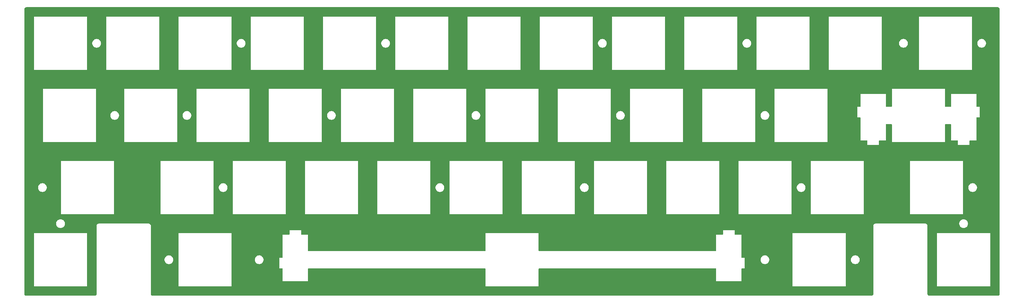
<source format=gbr>
%TF.GenerationSoftware,KiCad,Pcbnew,8.0.8*%
%TF.CreationDate,2025-04-30T11:20:19+02:00*%
%TF.ProjectId,naevies plate,6e616576-6965-4732-9070-6c6174652e6b,rev?*%
%TF.SameCoordinates,Original*%
%TF.FileFunction,Copper,L1,Top*%
%TF.FilePolarity,Positive*%
%FSLAX46Y46*%
G04 Gerber Fmt 4.6, Leading zero omitted, Abs format (unit mm)*
G04 Created by KiCad (PCBNEW 8.0.8) date 2025-04-30 11:20:19*
%MOMM*%
%LPD*%
G01*
G04 APERTURE LIST*
G04 APERTURE END LIST*
%TA.AperFunction,Conductor*%
%TO.N,GND*%
G36*
X274139566Y-24606319D02*
G01*
X274142739Y-24606424D01*
X274188827Y-24607963D01*
X274216776Y-24612118D01*
X274313892Y-24638139D01*
X274343790Y-24650523D01*
X274428970Y-24699697D01*
X274429039Y-24699737D01*
X274454716Y-24719437D01*
X274524329Y-24789043D01*
X274544032Y-24814718D01*
X274593244Y-24899943D01*
X274593255Y-24899961D01*
X274605644Y-24929865D01*
X274631659Y-25026924D01*
X274635821Y-25054969D01*
X274637434Y-25104231D01*
X274637500Y-25108289D01*
X274637500Y-100304260D01*
X274637437Y-100308222D01*
X274635862Y-100357488D01*
X274631697Y-100385630D01*
X274605691Y-100482653D01*
X274593302Y-100512556D01*
X274544072Y-100597812D01*
X274524366Y-100623491D01*
X274454751Y-100693099D01*
X274429070Y-100712802D01*
X274343812Y-100762022D01*
X274313908Y-100774408D01*
X274216832Y-100800418D01*
X274188783Y-100804577D01*
X274142783Y-100806077D01*
X274139522Y-100806184D01*
X274135481Y-100806250D01*
X256089570Y-100806250D01*
X256085435Y-100806181D01*
X256078724Y-100805957D01*
X256036172Y-100804536D01*
X256008219Y-100800380D01*
X255911110Y-100774361D01*
X255881206Y-100761975D01*
X255795960Y-100712762D01*
X255770282Y-100693061D01*
X255700669Y-100623455D01*
X255680967Y-100597781D01*
X255631742Y-100512533D01*
X255619356Y-100482637D01*
X255593340Y-100385575D01*
X255589178Y-100357527D01*
X255587566Y-100308265D01*
X255587500Y-100304210D01*
X255587500Y-98281060D01*
X258113075Y-98281060D01*
X272112075Y-98281060D01*
X272112075Y-84281600D01*
X258113075Y-84281600D01*
X258113075Y-98281060D01*
X255587500Y-98281060D01*
X255587500Y-82256258D01*
X255587500Y-82256250D01*
X255585405Y-82190703D01*
X255551465Y-82064079D01*
X255485910Y-81950552D01*
X255485908Y-81950550D01*
X255485906Y-81950547D01*
X255393210Y-81857860D01*
X255373409Y-81846429D01*
X255279675Y-81792316D01*
X255279672Y-81792315D01*
X255279668Y-81792313D01*
X255153048Y-81758388D01*
X255087502Y-81756250D01*
X255087500Y-81756250D01*
X241800000Y-81756250D01*
X241767230Y-81757344D01*
X241734457Y-81758438D01*
X241734454Y-81758438D01*
X241607850Y-81792360D01*
X241607846Y-81792362D01*
X241494320Y-81857900D01*
X241401633Y-81950578D01*
X241401628Y-81950585D01*
X241336082Y-82064097D01*
X241336081Y-82064099D01*
X241302145Y-82190707D01*
X241302145Y-82190710D01*
X241300000Y-82256260D01*
X241300000Y-100304260D01*
X241299937Y-100308222D01*
X241298362Y-100357488D01*
X241294197Y-100385630D01*
X241268191Y-100482653D01*
X241255802Y-100512556D01*
X241206572Y-100597812D01*
X241186866Y-100623491D01*
X241117251Y-100693099D01*
X241091570Y-100712802D01*
X241006312Y-100762022D01*
X240976408Y-100774408D01*
X240879332Y-100800418D01*
X240851283Y-100804577D01*
X240805283Y-100806077D01*
X240802022Y-100806184D01*
X240797981Y-100806250D01*
X51302070Y-100806250D01*
X51297935Y-100806181D01*
X51291224Y-100805957D01*
X51248672Y-100804536D01*
X51220719Y-100800380D01*
X51123610Y-100774361D01*
X51093706Y-100761975D01*
X51008460Y-100712762D01*
X50982782Y-100693061D01*
X50913169Y-100623455D01*
X50893467Y-100597781D01*
X50844242Y-100512533D01*
X50831856Y-100482637D01*
X50805840Y-100385575D01*
X50801678Y-100357527D01*
X50800066Y-100308265D01*
X50800000Y-100304210D01*
X50800000Y-98281060D01*
X58087775Y-98281060D01*
X72087075Y-98281060D01*
X220013075Y-98281060D01*
X234012075Y-98281060D01*
X234012075Y-91174914D01*
X235389953Y-91174914D01*
X235389953Y-91387586D01*
X235429031Y-91596637D01*
X235505856Y-91794944D01*
X235505858Y-91794950D01*
X235617808Y-91975755D01*
X235617814Y-91975764D01*
X235761090Y-92132931D01*
X235930806Y-92261094D01*
X236028389Y-92309684D01*
X236121171Y-92355885D01*
X236121175Y-92355886D01*
X236121182Y-92355890D01*
X236325735Y-92414091D01*
X236537499Y-92433714D01*
X236537500Y-92433714D01*
X236537501Y-92433714D01*
X236608088Y-92427173D01*
X236749265Y-92414091D01*
X236953818Y-92355890D01*
X237144194Y-92261094D01*
X237313910Y-92132931D01*
X237457186Y-91975764D01*
X237569143Y-91794947D01*
X237645969Y-91596637D01*
X237685047Y-91387586D01*
X237687500Y-91281250D01*
X237685047Y-91174914D01*
X237645969Y-90965863D01*
X237569143Y-90767553D01*
X237565614Y-90761854D01*
X237457191Y-90586744D01*
X237457189Y-90586741D01*
X237457186Y-90586736D01*
X237313910Y-90429569D01*
X237144194Y-90301406D01*
X236953828Y-90206614D01*
X236953815Y-90206609D01*
X236884317Y-90186835D01*
X236749265Y-90148409D01*
X236643382Y-90138598D01*
X236537501Y-90128787D01*
X236537499Y-90128787D01*
X236325735Y-90148409D01*
X236121184Y-90206609D01*
X236121171Y-90206614D01*
X235930805Y-90301406D01*
X235761091Y-90429568D01*
X235761090Y-90429569D01*
X235617814Y-90586736D01*
X235617812Y-90586737D01*
X235617810Y-90586741D01*
X235617808Y-90586744D01*
X235505858Y-90767549D01*
X235505856Y-90767555D01*
X235477614Y-90840454D01*
X235429031Y-90965863D01*
X235389953Y-91174914D01*
X234012075Y-91174914D01*
X234012075Y-84281600D01*
X220013075Y-84281600D01*
X220013075Y-98281060D01*
X72087075Y-98281060D01*
X72087075Y-91174914D01*
X78227453Y-91174914D01*
X78227453Y-91387586D01*
X78266531Y-91596637D01*
X78343356Y-91794944D01*
X78343358Y-91794950D01*
X78455308Y-91975755D01*
X78455314Y-91975764D01*
X78598590Y-92132931D01*
X78768306Y-92261094D01*
X78865889Y-92309684D01*
X78958671Y-92355885D01*
X78958675Y-92355886D01*
X78958682Y-92355890D01*
X79163235Y-92414091D01*
X79374999Y-92433714D01*
X79375000Y-92433714D01*
X79375001Y-92433714D01*
X79445588Y-92427173D01*
X79586765Y-92414091D01*
X79791318Y-92355890D01*
X79981694Y-92261094D01*
X80151410Y-92132931D01*
X80294686Y-91975764D01*
X80406643Y-91794947D01*
X80483469Y-91596637D01*
X80522547Y-91387586D01*
X80525000Y-91281250D01*
X80522547Y-91174914D01*
X80483469Y-90965863D01*
X80408776Y-90773060D01*
X84709075Y-90773060D01*
X84709075Y-93567060D01*
X85448675Y-93567060D01*
X85515714Y-93586745D01*
X85561469Y-93639549D01*
X85572675Y-93691060D01*
X85572675Y-96970660D01*
X92227475Y-96970660D01*
X92227475Y-93705058D01*
X92247160Y-93638019D01*
X92299964Y-93592264D01*
X92351471Y-93581058D01*
X138925925Y-93580401D01*
X138992963Y-93600085D01*
X139038719Y-93652888D01*
X139049925Y-93704401D01*
X139049925Y-98280900D01*
X153049925Y-98280900D01*
X153049925Y-93704401D01*
X153069610Y-93637362D01*
X153122414Y-93591607D01*
X153173923Y-93580401D01*
X199748677Y-93581058D01*
X199815716Y-93600744D01*
X199861470Y-93653548D01*
X199872675Y-93705058D01*
X199872675Y-96970660D01*
X206527475Y-96970660D01*
X206527475Y-93691060D01*
X206547160Y-93624021D01*
X206599964Y-93578266D01*
X206651475Y-93567060D01*
X207391075Y-93567060D01*
X207391075Y-91174914D01*
X211577453Y-91174914D01*
X211577453Y-91387586D01*
X211616531Y-91596637D01*
X211693356Y-91794944D01*
X211693358Y-91794950D01*
X211805308Y-91975755D01*
X211805314Y-91975764D01*
X211948590Y-92132931D01*
X212118306Y-92261094D01*
X212215889Y-92309684D01*
X212308671Y-92355885D01*
X212308675Y-92355886D01*
X212308682Y-92355890D01*
X212513235Y-92414091D01*
X212724999Y-92433714D01*
X212725000Y-92433714D01*
X212725001Y-92433714D01*
X212795588Y-92427173D01*
X212936765Y-92414091D01*
X213141318Y-92355890D01*
X213331694Y-92261094D01*
X213501410Y-92132931D01*
X213644686Y-91975764D01*
X213756643Y-91794947D01*
X213833469Y-91596637D01*
X213872547Y-91387586D01*
X213875000Y-91281250D01*
X213872547Y-91174914D01*
X213833469Y-90965863D01*
X213756643Y-90767553D01*
X213753114Y-90761854D01*
X213644691Y-90586744D01*
X213644689Y-90586741D01*
X213644686Y-90586736D01*
X213501410Y-90429569D01*
X213331694Y-90301406D01*
X213141328Y-90206614D01*
X213141315Y-90206609D01*
X213071817Y-90186835D01*
X212936765Y-90148409D01*
X212830882Y-90138598D01*
X212725001Y-90128787D01*
X212724999Y-90128787D01*
X212513235Y-90148409D01*
X212308684Y-90206609D01*
X212308671Y-90206614D01*
X212118305Y-90301406D01*
X211948591Y-90429568D01*
X211948590Y-90429569D01*
X211805314Y-90586736D01*
X211805312Y-90586737D01*
X211805310Y-90586741D01*
X211805308Y-90586744D01*
X211693358Y-90767549D01*
X211693356Y-90767555D01*
X211665114Y-90840454D01*
X211616531Y-90965863D01*
X211577453Y-91174914D01*
X207391075Y-91174914D01*
X207391075Y-90773060D01*
X206651475Y-90773060D01*
X206584436Y-90753375D01*
X206538681Y-90700571D01*
X206527475Y-90649060D01*
X206527475Y-84677060D01*
X204848075Y-84677060D01*
X204781036Y-84657375D01*
X204735281Y-84604571D01*
X204724075Y-84553060D01*
X204724075Y-83508660D01*
X201676075Y-83508660D01*
X201676075Y-84553060D01*
X201656390Y-84620099D01*
X201603586Y-84665854D01*
X201552075Y-84677060D01*
X199872675Y-84677060D01*
X199872675Y-88857058D01*
X199852990Y-88924097D01*
X199800186Y-88969852D01*
X199748674Y-88981058D01*
X153173924Y-88980531D01*
X153106884Y-88960846D01*
X153061130Y-88908041D01*
X153049925Y-88856531D01*
X153049925Y-84281440D01*
X139049925Y-84281440D01*
X139049925Y-88856531D01*
X139030240Y-88923570D01*
X138977436Y-88969325D01*
X138925926Y-88980531D01*
X92351476Y-88981058D01*
X92284437Y-88961374D01*
X92238681Y-88908571D01*
X92227475Y-88857058D01*
X92227475Y-84677060D01*
X90548075Y-84677060D01*
X90481036Y-84657375D01*
X90435281Y-84604571D01*
X90424075Y-84553060D01*
X90424075Y-83508660D01*
X87376075Y-83508660D01*
X87376075Y-84553060D01*
X87356390Y-84620099D01*
X87303586Y-84665854D01*
X87252075Y-84677060D01*
X85572675Y-84677060D01*
X85572675Y-90649060D01*
X85552990Y-90716099D01*
X85500186Y-90761854D01*
X85448675Y-90773060D01*
X84709075Y-90773060D01*
X80408776Y-90773060D01*
X80406643Y-90767553D01*
X80403114Y-90761854D01*
X80294691Y-90586744D01*
X80294689Y-90586741D01*
X80294686Y-90586736D01*
X80151410Y-90429569D01*
X79981694Y-90301406D01*
X79791328Y-90206614D01*
X79791315Y-90206609D01*
X79721817Y-90186835D01*
X79586765Y-90148409D01*
X79480882Y-90138598D01*
X79375001Y-90128787D01*
X79374999Y-90128787D01*
X79163235Y-90148409D01*
X78958684Y-90206609D01*
X78958671Y-90206614D01*
X78768305Y-90301406D01*
X78598591Y-90429568D01*
X78598590Y-90429569D01*
X78455314Y-90586736D01*
X78455312Y-90586737D01*
X78455310Y-90586741D01*
X78455308Y-90586744D01*
X78343358Y-90767549D01*
X78343356Y-90767555D01*
X78315114Y-90840454D01*
X78266531Y-90965863D01*
X78227453Y-91174914D01*
X72087075Y-91174914D01*
X72087075Y-84281600D01*
X58087775Y-84281600D01*
X58087775Y-98281060D01*
X50800000Y-98281060D01*
X50800000Y-91174914D01*
X54414953Y-91174914D01*
X54414953Y-91387586D01*
X54454031Y-91596637D01*
X54530856Y-91794944D01*
X54530858Y-91794950D01*
X54642808Y-91975755D01*
X54642814Y-91975764D01*
X54786090Y-92132931D01*
X54955806Y-92261094D01*
X55053389Y-92309684D01*
X55146171Y-92355885D01*
X55146175Y-92355886D01*
X55146182Y-92355890D01*
X55350735Y-92414091D01*
X55562499Y-92433714D01*
X55562500Y-92433714D01*
X55562501Y-92433714D01*
X55633088Y-92427173D01*
X55774265Y-92414091D01*
X55978818Y-92355890D01*
X56169194Y-92261094D01*
X56338910Y-92132931D01*
X56482186Y-91975764D01*
X56594143Y-91794947D01*
X56670969Y-91596637D01*
X56710047Y-91387586D01*
X56712500Y-91281250D01*
X56710047Y-91174914D01*
X56670969Y-90965863D01*
X56594143Y-90767553D01*
X56590614Y-90761854D01*
X56482191Y-90586744D01*
X56482189Y-90586741D01*
X56482186Y-90586736D01*
X56338910Y-90429569D01*
X56169194Y-90301406D01*
X55978828Y-90206614D01*
X55978815Y-90206609D01*
X55909317Y-90186835D01*
X55774265Y-90148409D01*
X55668382Y-90138598D01*
X55562501Y-90128787D01*
X55562499Y-90128787D01*
X55350735Y-90148409D01*
X55146184Y-90206609D01*
X55146171Y-90206614D01*
X54955805Y-90301406D01*
X54786091Y-90429568D01*
X54786090Y-90429569D01*
X54642814Y-90586736D01*
X54642812Y-90586737D01*
X54642810Y-90586741D01*
X54642808Y-90586744D01*
X54530858Y-90767549D01*
X54530856Y-90767555D01*
X54502614Y-90840454D01*
X54454031Y-90965863D01*
X54414953Y-91174914D01*
X50800000Y-91174914D01*
X50800000Y-82256258D01*
X50800000Y-82256250D01*
X50797905Y-82190703D01*
X50763965Y-82064079D01*
X50698410Y-81950552D01*
X50698408Y-81950550D01*
X50698406Y-81950547D01*
X50605710Y-81857860D01*
X50585909Y-81846429D01*
X50492175Y-81792316D01*
X50492172Y-81792315D01*
X50492168Y-81792313D01*
X50365548Y-81758388D01*
X50300002Y-81756250D01*
X50300000Y-81756250D01*
X37012500Y-81756250D01*
X36979730Y-81757344D01*
X36946957Y-81758438D01*
X36946954Y-81758438D01*
X36820350Y-81792360D01*
X36820346Y-81792362D01*
X36706820Y-81857900D01*
X36614133Y-81950578D01*
X36614128Y-81950585D01*
X36548582Y-82064097D01*
X36548581Y-82064099D01*
X36514645Y-82190707D01*
X36514645Y-82190710D01*
X36512500Y-82256260D01*
X36512500Y-100304260D01*
X36512437Y-100308222D01*
X36510862Y-100357488D01*
X36506697Y-100385630D01*
X36480691Y-100482653D01*
X36468302Y-100512556D01*
X36419072Y-100597812D01*
X36399366Y-100623491D01*
X36329751Y-100693099D01*
X36304070Y-100712802D01*
X36218812Y-100762022D01*
X36188908Y-100774408D01*
X36091832Y-100800418D01*
X36063783Y-100804577D01*
X36017783Y-100806077D01*
X36014522Y-100806184D01*
X36010481Y-100806250D01*
X17964522Y-100806250D01*
X17960479Y-100806184D01*
X17955188Y-100806011D01*
X17911217Y-100804576D01*
X17883170Y-100800417D01*
X17786101Y-100774408D01*
X17756194Y-100762020D01*
X17670943Y-100712800D01*
X17645262Y-100693094D01*
X17575655Y-100623487D01*
X17555949Y-100597806D01*
X17506730Y-100512556D01*
X17506727Y-100512551D01*
X17494343Y-100482653D01*
X17468331Y-100385575D01*
X17464173Y-100357529D01*
X17462566Y-100308271D01*
X17462500Y-100304228D01*
X17462500Y-98281060D01*
X19987725Y-98281060D01*
X33987275Y-98281060D01*
X33987275Y-84281600D01*
X19987725Y-84281600D01*
X19987725Y-98281060D01*
X17462500Y-98281060D01*
X17462500Y-81649914D01*
X25839953Y-81649914D01*
X25839953Y-81862586D01*
X25879031Y-82071637D01*
X25950551Y-82256250D01*
X25955856Y-82269944D01*
X25955858Y-82269950D01*
X26067808Y-82450755D01*
X26067814Y-82450764D01*
X26211090Y-82607931D01*
X26380806Y-82736094D01*
X26478389Y-82784684D01*
X26571171Y-82830885D01*
X26571175Y-82830886D01*
X26571182Y-82830890D01*
X26775735Y-82889091D01*
X26987499Y-82908714D01*
X26987500Y-82908714D01*
X26987501Y-82908714D01*
X27058088Y-82902173D01*
X27199265Y-82889091D01*
X27403818Y-82830890D01*
X27594194Y-82736094D01*
X27763910Y-82607931D01*
X27907186Y-82450764D01*
X28019143Y-82269947D01*
X28095969Y-82071637D01*
X28135047Y-81862586D01*
X28137500Y-81756250D01*
X28135047Y-81649914D01*
X263964953Y-81649914D01*
X263964953Y-81862586D01*
X264004031Y-82071637D01*
X264075551Y-82256250D01*
X264080856Y-82269944D01*
X264080858Y-82269950D01*
X264192808Y-82450755D01*
X264192814Y-82450764D01*
X264336090Y-82607931D01*
X264505806Y-82736094D01*
X264603389Y-82784684D01*
X264696171Y-82830885D01*
X264696175Y-82830886D01*
X264696182Y-82830890D01*
X264900735Y-82889091D01*
X265112499Y-82908714D01*
X265112500Y-82908714D01*
X265112501Y-82908714D01*
X265183088Y-82902173D01*
X265324265Y-82889091D01*
X265528818Y-82830890D01*
X265719194Y-82736094D01*
X265888910Y-82607931D01*
X266032186Y-82450764D01*
X266144143Y-82269947D01*
X266220969Y-82071637D01*
X266260047Y-81862586D01*
X266262500Y-81756250D01*
X266260047Y-81649914D01*
X266220969Y-81440863D01*
X266144143Y-81242553D01*
X266032186Y-81061736D01*
X265888910Y-80904569D01*
X265719194Y-80776406D01*
X265528828Y-80681614D01*
X265528815Y-80681609D01*
X265459317Y-80661835D01*
X265324265Y-80623409D01*
X265218382Y-80613598D01*
X265112501Y-80603787D01*
X265112499Y-80603787D01*
X264900735Y-80623409D01*
X264696184Y-80681609D01*
X264696171Y-80681614D01*
X264505805Y-80776406D01*
X264336091Y-80904568D01*
X264336090Y-80904569D01*
X264192814Y-81061736D01*
X264192812Y-81061737D01*
X264192810Y-81061741D01*
X264192808Y-81061744D01*
X264080858Y-81242549D01*
X264080857Y-81242553D01*
X264004031Y-81440863D01*
X263964953Y-81649914D01*
X28135047Y-81649914D01*
X28095969Y-81440863D01*
X28019143Y-81242553D01*
X27907186Y-81061736D01*
X27763910Y-80904569D01*
X27594194Y-80776406D01*
X27403828Y-80681614D01*
X27403815Y-80681609D01*
X27334317Y-80661835D01*
X27199265Y-80623409D01*
X27093382Y-80613598D01*
X26987501Y-80603787D01*
X26987499Y-80603787D01*
X26775735Y-80623409D01*
X26571184Y-80681609D01*
X26571171Y-80681614D01*
X26380805Y-80776406D01*
X26211091Y-80904568D01*
X26211090Y-80904569D01*
X26067814Y-81061736D01*
X26067812Y-81061737D01*
X26067810Y-81061741D01*
X26067808Y-81061744D01*
X25955858Y-81242549D01*
X25955857Y-81242553D01*
X25879031Y-81440863D01*
X25839953Y-81649914D01*
X17462500Y-81649914D01*
X17462500Y-79231100D01*
X27130105Y-79231100D01*
X41130975Y-79231100D01*
X53325275Y-79231100D01*
X67324575Y-79231100D01*
X72375275Y-79231100D01*
X86374575Y-79231100D01*
X91425275Y-79231100D01*
X105424575Y-79231100D01*
X110475275Y-79231100D01*
X124475075Y-79231100D01*
X129525075Y-79231100D01*
X143525075Y-79231100D01*
X148575075Y-79231100D01*
X162575075Y-79231100D01*
X167625075Y-79231100D01*
X181625075Y-79231100D01*
X186675075Y-79231100D01*
X200675075Y-79231100D01*
X205725075Y-79231100D01*
X219725075Y-79231100D01*
X224775075Y-79231100D01*
X238775075Y-79231100D01*
X250969075Y-79231100D01*
X264968075Y-79231100D01*
X264968075Y-72124914D01*
X266346203Y-72124914D01*
X266346203Y-72337586D01*
X266385281Y-72546637D01*
X266462106Y-72744944D01*
X266462108Y-72744950D01*
X266574058Y-72925755D01*
X266574064Y-72925764D01*
X266717340Y-73082931D01*
X266887056Y-73211094D01*
X266984639Y-73259684D01*
X267077421Y-73305885D01*
X267077425Y-73305886D01*
X267077432Y-73305890D01*
X267281985Y-73364091D01*
X267493749Y-73383714D01*
X267493750Y-73383714D01*
X267493751Y-73383714D01*
X267564338Y-73377173D01*
X267705515Y-73364091D01*
X267910068Y-73305890D01*
X268100444Y-73211094D01*
X268270160Y-73082931D01*
X268413436Y-72925764D01*
X268525393Y-72744947D01*
X268602219Y-72546637D01*
X268641297Y-72337586D01*
X268643750Y-72231250D01*
X268641297Y-72124914D01*
X268602219Y-71915863D01*
X268525393Y-71717553D01*
X268413436Y-71536736D01*
X268270160Y-71379569D01*
X268100444Y-71251406D01*
X267910078Y-71156614D01*
X267910065Y-71156609D01*
X267840567Y-71136835D01*
X267705515Y-71098409D01*
X267599632Y-71088598D01*
X267493751Y-71078787D01*
X267493749Y-71078787D01*
X267281985Y-71098409D01*
X267077434Y-71156609D01*
X267077421Y-71156614D01*
X266887055Y-71251406D01*
X266717341Y-71379568D01*
X266717340Y-71379569D01*
X266574064Y-71536736D01*
X266574062Y-71536737D01*
X266574060Y-71536741D01*
X266574058Y-71536744D01*
X266462108Y-71717549D01*
X266462107Y-71717553D01*
X266385281Y-71915863D01*
X266346203Y-72124914D01*
X264968075Y-72124914D01*
X264968075Y-65231700D01*
X250969075Y-65231700D01*
X250969075Y-79231100D01*
X238775075Y-79231100D01*
X238775075Y-65231700D01*
X224775075Y-65231700D01*
X224775075Y-79231100D01*
X219725075Y-79231100D01*
X219725075Y-72124914D01*
X221102453Y-72124914D01*
X221102453Y-72337586D01*
X221141531Y-72546637D01*
X221218356Y-72744944D01*
X221218358Y-72744950D01*
X221330308Y-72925755D01*
X221330314Y-72925764D01*
X221473590Y-73082931D01*
X221643306Y-73211094D01*
X221740889Y-73259684D01*
X221833671Y-73305885D01*
X221833675Y-73305886D01*
X221833682Y-73305890D01*
X222038235Y-73364091D01*
X222249999Y-73383714D01*
X222250000Y-73383714D01*
X222250001Y-73383714D01*
X222320588Y-73377173D01*
X222461765Y-73364091D01*
X222666318Y-73305890D01*
X222856694Y-73211094D01*
X223026410Y-73082931D01*
X223169686Y-72925764D01*
X223281643Y-72744947D01*
X223358469Y-72546637D01*
X223397547Y-72337586D01*
X223400000Y-72231250D01*
X223397547Y-72124914D01*
X223358469Y-71915863D01*
X223281643Y-71717553D01*
X223169686Y-71536736D01*
X223026410Y-71379569D01*
X222856694Y-71251406D01*
X222666328Y-71156614D01*
X222666315Y-71156609D01*
X222596817Y-71136835D01*
X222461765Y-71098409D01*
X222355882Y-71088598D01*
X222250001Y-71078787D01*
X222249999Y-71078787D01*
X222038235Y-71098409D01*
X221833684Y-71156609D01*
X221833671Y-71156614D01*
X221643305Y-71251406D01*
X221473591Y-71379568D01*
X221473590Y-71379569D01*
X221330314Y-71536736D01*
X221330312Y-71536737D01*
X221330310Y-71536741D01*
X221330308Y-71536744D01*
X221218358Y-71717549D01*
X221218357Y-71717553D01*
X221141531Y-71915863D01*
X221102453Y-72124914D01*
X219725075Y-72124914D01*
X219725075Y-65231700D01*
X205725075Y-65231700D01*
X205725075Y-79231100D01*
X200675075Y-79231100D01*
X200675075Y-65231700D01*
X186675075Y-65231700D01*
X186675075Y-79231100D01*
X181625075Y-79231100D01*
X181625075Y-65231700D01*
X167625075Y-65231700D01*
X167625075Y-79231100D01*
X162575075Y-79231100D01*
X162575075Y-72124914D01*
X163952453Y-72124914D01*
X163952453Y-72337586D01*
X163991531Y-72546637D01*
X164068356Y-72744944D01*
X164068358Y-72744950D01*
X164180308Y-72925755D01*
X164180314Y-72925764D01*
X164323590Y-73082931D01*
X164493306Y-73211094D01*
X164590889Y-73259684D01*
X164683671Y-73305885D01*
X164683675Y-73305886D01*
X164683682Y-73305890D01*
X164888235Y-73364091D01*
X165099999Y-73383714D01*
X165100000Y-73383714D01*
X165100001Y-73383714D01*
X165170588Y-73377173D01*
X165311765Y-73364091D01*
X165516318Y-73305890D01*
X165706694Y-73211094D01*
X165876410Y-73082931D01*
X166019686Y-72925764D01*
X166131643Y-72744947D01*
X166208469Y-72546637D01*
X166247547Y-72337586D01*
X166250000Y-72231250D01*
X166247547Y-72124914D01*
X166208469Y-71915863D01*
X166131643Y-71717553D01*
X166019686Y-71536736D01*
X165876410Y-71379569D01*
X165706694Y-71251406D01*
X165516328Y-71156614D01*
X165516315Y-71156609D01*
X165446817Y-71136835D01*
X165311765Y-71098409D01*
X165205882Y-71088598D01*
X165100001Y-71078787D01*
X165099999Y-71078787D01*
X164888235Y-71098409D01*
X164683684Y-71156609D01*
X164683671Y-71156614D01*
X164493305Y-71251406D01*
X164323591Y-71379568D01*
X164323590Y-71379569D01*
X164180314Y-71536736D01*
X164180312Y-71536737D01*
X164180310Y-71536741D01*
X164180308Y-71536744D01*
X164068358Y-71717549D01*
X164068357Y-71717553D01*
X163991531Y-71915863D01*
X163952453Y-72124914D01*
X162575075Y-72124914D01*
X162575075Y-65231700D01*
X148575075Y-65231700D01*
X148575075Y-79231100D01*
X143525075Y-79231100D01*
X143525075Y-65231700D01*
X129525075Y-65231700D01*
X129525075Y-79231100D01*
X124475075Y-79231100D01*
X124475075Y-72124914D01*
X125852453Y-72124914D01*
X125852453Y-72337586D01*
X125891531Y-72546637D01*
X125968356Y-72744944D01*
X125968358Y-72744950D01*
X126080308Y-72925755D01*
X126080314Y-72925764D01*
X126223590Y-73082931D01*
X126393306Y-73211094D01*
X126490889Y-73259684D01*
X126583671Y-73305885D01*
X126583675Y-73305886D01*
X126583682Y-73305890D01*
X126788235Y-73364091D01*
X126999999Y-73383714D01*
X127000000Y-73383714D01*
X127000001Y-73383714D01*
X127070588Y-73377173D01*
X127211765Y-73364091D01*
X127416318Y-73305890D01*
X127606694Y-73211094D01*
X127776410Y-73082931D01*
X127919686Y-72925764D01*
X128031643Y-72744947D01*
X128108469Y-72546637D01*
X128147547Y-72337586D01*
X128150000Y-72231250D01*
X128147547Y-72124914D01*
X128108469Y-71915863D01*
X128031643Y-71717553D01*
X127919686Y-71536736D01*
X127776410Y-71379569D01*
X127606694Y-71251406D01*
X127416328Y-71156614D01*
X127416315Y-71156609D01*
X127346817Y-71136835D01*
X127211765Y-71098409D01*
X127105882Y-71088598D01*
X127000001Y-71078787D01*
X126999999Y-71078787D01*
X126788235Y-71098409D01*
X126583684Y-71156609D01*
X126583671Y-71156614D01*
X126393305Y-71251406D01*
X126223591Y-71379568D01*
X126223590Y-71379569D01*
X126080314Y-71536736D01*
X126080312Y-71536737D01*
X126080310Y-71536741D01*
X126080308Y-71536744D01*
X125968358Y-71717549D01*
X125968357Y-71717553D01*
X125891531Y-71915863D01*
X125852453Y-72124914D01*
X124475075Y-72124914D01*
X124475075Y-65231700D01*
X110475275Y-65231700D01*
X110475275Y-79231100D01*
X105424575Y-79231100D01*
X105424575Y-65231700D01*
X91425275Y-65231700D01*
X91425275Y-79231100D01*
X86374575Y-79231100D01*
X86374575Y-65231700D01*
X72375275Y-65231700D01*
X72375275Y-79231100D01*
X67324575Y-79231100D01*
X67324575Y-72124914D01*
X68702453Y-72124914D01*
X68702453Y-72337586D01*
X68741531Y-72546637D01*
X68818356Y-72744944D01*
X68818358Y-72744950D01*
X68930308Y-72925755D01*
X68930314Y-72925764D01*
X69073590Y-73082931D01*
X69243306Y-73211094D01*
X69340889Y-73259684D01*
X69433671Y-73305885D01*
X69433675Y-73305886D01*
X69433682Y-73305890D01*
X69638235Y-73364091D01*
X69849999Y-73383714D01*
X69850000Y-73383714D01*
X69850001Y-73383714D01*
X69920588Y-73377173D01*
X70061765Y-73364091D01*
X70266318Y-73305890D01*
X70456694Y-73211094D01*
X70626410Y-73082931D01*
X70769686Y-72925764D01*
X70881643Y-72744947D01*
X70958469Y-72546637D01*
X70997547Y-72337586D01*
X71000000Y-72231250D01*
X70997547Y-72124914D01*
X70958469Y-71915863D01*
X70881643Y-71717553D01*
X70769686Y-71536736D01*
X70626410Y-71379569D01*
X70456694Y-71251406D01*
X70266328Y-71156614D01*
X70266315Y-71156609D01*
X70196817Y-71136835D01*
X70061765Y-71098409D01*
X69955882Y-71088598D01*
X69850001Y-71078787D01*
X69849999Y-71078787D01*
X69638235Y-71098409D01*
X69433684Y-71156609D01*
X69433671Y-71156614D01*
X69243305Y-71251406D01*
X69073591Y-71379568D01*
X69073590Y-71379569D01*
X68930314Y-71536736D01*
X68930312Y-71536737D01*
X68930310Y-71536741D01*
X68930308Y-71536744D01*
X68818358Y-71717549D01*
X68818357Y-71717553D01*
X68741531Y-71915863D01*
X68702453Y-72124914D01*
X67324575Y-72124914D01*
X67324575Y-65231700D01*
X53325275Y-65231700D01*
X53325275Y-79231100D01*
X41130975Y-79231100D01*
X41130975Y-65231700D01*
X27130105Y-65231700D01*
X27130105Y-79231100D01*
X17462500Y-79231100D01*
X17462500Y-72124914D01*
X21077453Y-72124914D01*
X21077453Y-72337586D01*
X21116531Y-72546637D01*
X21193356Y-72744944D01*
X21193358Y-72744950D01*
X21305308Y-72925755D01*
X21305314Y-72925764D01*
X21448590Y-73082931D01*
X21618306Y-73211094D01*
X21715889Y-73259684D01*
X21808671Y-73305885D01*
X21808675Y-73305886D01*
X21808682Y-73305890D01*
X22013235Y-73364091D01*
X22224999Y-73383714D01*
X22225000Y-73383714D01*
X22225001Y-73383714D01*
X22295588Y-73377173D01*
X22436765Y-73364091D01*
X22641318Y-73305890D01*
X22831694Y-73211094D01*
X23001410Y-73082931D01*
X23144686Y-72925764D01*
X23256643Y-72744947D01*
X23333469Y-72546637D01*
X23372547Y-72337586D01*
X23375000Y-72231250D01*
X23372547Y-72124914D01*
X23333469Y-71915863D01*
X23256643Y-71717553D01*
X23144686Y-71536736D01*
X23001410Y-71379569D01*
X22831694Y-71251406D01*
X22641328Y-71156614D01*
X22641315Y-71156609D01*
X22571817Y-71136835D01*
X22436765Y-71098409D01*
X22330882Y-71088598D01*
X22225001Y-71078787D01*
X22224999Y-71078787D01*
X22013235Y-71098409D01*
X21808684Y-71156609D01*
X21808671Y-71156614D01*
X21618305Y-71251406D01*
X21448591Y-71379568D01*
X21448590Y-71379569D01*
X21305314Y-71536736D01*
X21305312Y-71536737D01*
X21305310Y-71536741D01*
X21305308Y-71536744D01*
X21193358Y-71717549D01*
X21193357Y-71717553D01*
X21116531Y-71915863D01*
X21077453Y-72124914D01*
X17462500Y-72124914D01*
X17462500Y-60180900D01*
X22368985Y-60180900D01*
X36368475Y-60180900D01*
X43800275Y-60180900D01*
X57799575Y-60180900D01*
X62850275Y-60180900D01*
X76849575Y-60180900D01*
X81900275Y-60180900D01*
X95899575Y-60180900D01*
X100950275Y-60180900D01*
X114949575Y-60180900D01*
X120000075Y-60180900D01*
X134000075Y-60180900D01*
X139050075Y-60180900D01*
X153050075Y-60180900D01*
X158100075Y-60180900D01*
X172100075Y-60180900D01*
X177150075Y-60180900D01*
X191150075Y-60180900D01*
X196200075Y-60180900D01*
X210200075Y-60180900D01*
X215250075Y-60180900D01*
X229250075Y-60180900D01*
X229250075Y-50882100D01*
X237106075Y-50882100D01*
X237106075Y-53681000D01*
X237806280Y-53681000D01*
X237873319Y-53700685D01*
X237919074Y-53753489D01*
X237930279Y-53804794D01*
X237940175Y-59784900D01*
X239619575Y-59784900D01*
X239686614Y-59804585D01*
X239732369Y-59857389D01*
X239743575Y-59908900D01*
X239743575Y-60953300D01*
X242791575Y-60953300D01*
X242791575Y-59908900D01*
X242811260Y-59841861D01*
X242864064Y-59796106D01*
X242915575Y-59784900D01*
X244594975Y-59784900D01*
X244594975Y-55605900D01*
X244614660Y-55538861D01*
X244667464Y-55493106D01*
X244718975Y-55481900D01*
X246081075Y-55481900D01*
X246148114Y-55501585D01*
X246193869Y-55554389D01*
X246205075Y-55605900D01*
X246205075Y-60180900D01*
X260206075Y-60180900D01*
X260206075Y-55605900D01*
X260225760Y-55538861D01*
X260278564Y-55493106D01*
X260330075Y-55481900D01*
X261692175Y-55481900D01*
X261759214Y-55501585D01*
X261804969Y-55554389D01*
X261816175Y-55605900D01*
X261816175Y-59784900D01*
X263495575Y-59784900D01*
X263562614Y-59804585D01*
X263608369Y-59857389D01*
X263619575Y-59908900D01*
X263619575Y-60953300D01*
X266667575Y-60953300D01*
X266667575Y-59908900D01*
X266687260Y-59841861D01*
X266740064Y-59796106D01*
X266791575Y-59784900D01*
X268470975Y-59784900D01*
X268470975Y-53812900D01*
X268490660Y-53745861D01*
X268543464Y-53700106D01*
X268594975Y-53688900D01*
X269334575Y-53688900D01*
X269334575Y-50894900D01*
X268594975Y-50894900D01*
X268527936Y-50875215D01*
X268482181Y-50822411D01*
X268470975Y-50770900D01*
X268470975Y-47491300D01*
X261816175Y-47491300D01*
X261816175Y-50758100D01*
X261796490Y-50825139D01*
X261743686Y-50870894D01*
X261692175Y-50882100D01*
X260330075Y-50882100D01*
X260263036Y-50862415D01*
X260217281Y-50809611D01*
X260206075Y-50758100D01*
X260206075Y-46181600D01*
X246205075Y-46181600D01*
X246205075Y-50758100D01*
X246185390Y-50825139D01*
X246132586Y-50870894D01*
X246081075Y-50882100D01*
X244718975Y-50882100D01*
X244651936Y-50862415D01*
X244606181Y-50809611D01*
X244594975Y-50758100D01*
X244594975Y-47491300D01*
X237940175Y-47491300D01*
X237940174Y-47491300D01*
X237940174Y-47491301D01*
X237930443Y-50758469D01*
X237910559Y-50825450D01*
X237857619Y-50871047D01*
X237806444Y-50882100D01*
X237106075Y-50882100D01*
X229250075Y-50882100D01*
X229250075Y-46181600D01*
X215250075Y-46181600D01*
X215250075Y-60180900D01*
X210200075Y-60180900D01*
X210200075Y-53074914D01*
X211577453Y-53074914D01*
X211577453Y-53287586D01*
X211616531Y-53496637D01*
X211693356Y-53694944D01*
X211693358Y-53694950D01*
X211766390Y-53812900D01*
X211805314Y-53875764D01*
X211948590Y-54032931D01*
X212118306Y-54161094D01*
X212215889Y-54209684D01*
X212308671Y-54255885D01*
X212308675Y-54255886D01*
X212308682Y-54255890D01*
X212513235Y-54314091D01*
X212724999Y-54333714D01*
X212725000Y-54333714D01*
X212725001Y-54333714D01*
X212795588Y-54327173D01*
X212936765Y-54314091D01*
X213141318Y-54255890D01*
X213331694Y-54161094D01*
X213501410Y-54032931D01*
X213644686Y-53875764D01*
X213756643Y-53694947D01*
X213833469Y-53496637D01*
X213872547Y-53287586D01*
X213875000Y-53181250D01*
X213872547Y-53074914D01*
X213833469Y-52865863D01*
X213756643Y-52667553D01*
X213644686Y-52486736D01*
X213501410Y-52329569D01*
X213331694Y-52201406D01*
X213141328Y-52106614D01*
X213141315Y-52106609D01*
X213071817Y-52086835D01*
X212936765Y-52048409D01*
X212830882Y-52038598D01*
X212725001Y-52028787D01*
X212724999Y-52028787D01*
X212513235Y-52048409D01*
X212308684Y-52106609D01*
X212308671Y-52106614D01*
X212118305Y-52201406D01*
X211948591Y-52329568D01*
X211948590Y-52329569D01*
X211805314Y-52486736D01*
X211805312Y-52486737D01*
X211805310Y-52486741D01*
X211805308Y-52486744D01*
X211693358Y-52667549D01*
X211693357Y-52667553D01*
X211616531Y-52865863D01*
X211577453Y-53074914D01*
X210200075Y-53074914D01*
X210200075Y-46181600D01*
X196200075Y-46181600D01*
X196200075Y-60180900D01*
X191150075Y-60180900D01*
X191150075Y-46181600D01*
X177150075Y-46181600D01*
X177150075Y-60180900D01*
X172100075Y-60180900D01*
X172100075Y-53074914D01*
X173477453Y-53074914D01*
X173477453Y-53287586D01*
X173516531Y-53496637D01*
X173593356Y-53694944D01*
X173593358Y-53694950D01*
X173666390Y-53812900D01*
X173705314Y-53875764D01*
X173848590Y-54032931D01*
X174018306Y-54161094D01*
X174115889Y-54209684D01*
X174208671Y-54255885D01*
X174208675Y-54255886D01*
X174208682Y-54255890D01*
X174413235Y-54314091D01*
X174624999Y-54333714D01*
X174625000Y-54333714D01*
X174625001Y-54333714D01*
X174695588Y-54327173D01*
X174836765Y-54314091D01*
X175041318Y-54255890D01*
X175231694Y-54161094D01*
X175401410Y-54032931D01*
X175544686Y-53875764D01*
X175656643Y-53694947D01*
X175733469Y-53496637D01*
X175772547Y-53287586D01*
X175775000Y-53181250D01*
X175772547Y-53074914D01*
X175733469Y-52865863D01*
X175656643Y-52667553D01*
X175544686Y-52486736D01*
X175401410Y-52329569D01*
X175231694Y-52201406D01*
X175041328Y-52106614D01*
X175041315Y-52106609D01*
X174971817Y-52086835D01*
X174836765Y-52048409D01*
X174730882Y-52038598D01*
X174625001Y-52028787D01*
X174624999Y-52028787D01*
X174413235Y-52048409D01*
X174208684Y-52106609D01*
X174208671Y-52106614D01*
X174018305Y-52201406D01*
X173848591Y-52329568D01*
X173848590Y-52329569D01*
X173705314Y-52486736D01*
X173705312Y-52486737D01*
X173705310Y-52486741D01*
X173705308Y-52486744D01*
X173593358Y-52667549D01*
X173593357Y-52667553D01*
X173516531Y-52865863D01*
X173477453Y-53074914D01*
X172100075Y-53074914D01*
X172100075Y-46181600D01*
X158100075Y-46181600D01*
X158100075Y-60180900D01*
X153050075Y-60180900D01*
X153050075Y-46181600D01*
X139050075Y-46181600D01*
X139050075Y-60180900D01*
X134000075Y-60180900D01*
X134000075Y-53074914D01*
X135377453Y-53074914D01*
X135377453Y-53287586D01*
X135416531Y-53496637D01*
X135493356Y-53694944D01*
X135493358Y-53694950D01*
X135566390Y-53812900D01*
X135605314Y-53875764D01*
X135748590Y-54032931D01*
X135918306Y-54161094D01*
X136015889Y-54209684D01*
X136108671Y-54255885D01*
X136108675Y-54255886D01*
X136108682Y-54255890D01*
X136313235Y-54314091D01*
X136524999Y-54333714D01*
X136525000Y-54333714D01*
X136525001Y-54333714D01*
X136595588Y-54327173D01*
X136736765Y-54314091D01*
X136941318Y-54255890D01*
X137131694Y-54161094D01*
X137301410Y-54032931D01*
X137444686Y-53875764D01*
X137556643Y-53694947D01*
X137633469Y-53496637D01*
X137672547Y-53287586D01*
X137675000Y-53181250D01*
X137672547Y-53074914D01*
X137633469Y-52865863D01*
X137556643Y-52667553D01*
X137444686Y-52486736D01*
X137301410Y-52329569D01*
X137131694Y-52201406D01*
X136941328Y-52106614D01*
X136941315Y-52106609D01*
X136871817Y-52086835D01*
X136736765Y-52048409D01*
X136630882Y-52038598D01*
X136525001Y-52028787D01*
X136524999Y-52028787D01*
X136313235Y-52048409D01*
X136108684Y-52106609D01*
X136108671Y-52106614D01*
X135918305Y-52201406D01*
X135748591Y-52329568D01*
X135748590Y-52329569D01*
X135605314Y-52486736D01*
X135605312Y-52486737D01*
X135605310Y-52486741D01*
X135605308Y-52486744D01*
X135493358Y-52667549D01*
X135493357Y-52667553D01*
X135416531Y-52865863D01*
X135377453Y-53074914D01*
X134000075Y-53074914D01*
X134000075Y-46181600D01*
X120000075Y-46181600D01*
X120000075Y-60180900D01*
X114949575Y-60180900D01*
X114949575Y-46181600D01*
X100950275Y-46181600D01*
X100950275Y-60180900D01*
X95899575Y-60180900D01*
X95899575Y-53074914D01*
X97277453Y-53074914D01*
X97277453Y-53287586D01*
X97316531Y-53496637D01*
X97393356Y-53694944D01*
X97393358Y-53694950D01*
X97466390Y-53812900D01*
X97505314Y-53875764D01*
X97648590Y-54032931D01*
X97818306Y-54161094D01*
X97915889Y-54209684D01*
X98008671Y-54255885D01*
X98008675Y-54255886D01*
X98008682Y-54255890D01*
X98213235Y-54314091D01*
X98424999Y-54333714D01*
X98425000Y-54333714D01*
X98425001Y-54333714D01*
X98495588Y-54327173D01*
X98636765Y-54314091D01*
X98841318Y-54255890D01*
X99031694Y-54161094D01*
X99201410Y-54032931D01*
X99344686Y-53875764D01*
X99456643Y-53694947D01*
X99533469Y-53496637D01*
X99572547Y-53287586D01*
X99575000Y-53181250D01*
X99572547Y-53074914D01*
X99533469Y-52865863D01*
X99456643Y-52667553D01*
X99344686Y-52486736D01*
X99201410Y-52329569D01*
X99031694Y-52201406D01*
X98841328Y-52106614D01*
X98841315Y-52106609D01*
X98771817Y-52086835D01*
X98636765Y-52048409D01*
X98530882Y-52038598D01*
X98425001Y-52028787D01*
X98424999Y-52028787D01*
X98213235Y-52048409D01*
X98008684Y-52106609D01*
X98008671Y-52106614D01*
X97818305Y-52201406D01*
X97648591Y-52329568D01*
X97648590Y-52329569D01*
X97505314Y-52486736D01*
X97505312Y-52486737D01*
X97505310Y-52486741D01*
X97505308Y-52486744D01*
X97393358Y-52667549D01*
X97393357Y-52667553D01*
X97316531Y-52865863D01*
X97277453Y-53074914D01*
X95899575Y-53074914D01*
X95899575Y-46181600D01*
X81900275Y-46181600D01*
X81900275Y-60180900D01*
X76849575Y-60180900D01*
X76849575Y-46181600D01*
X62850275Y-46181600D01*
X62850275Y-60180900D01*
X57799575Y-60180900D01*
X57799575Y-53074914D01*
X59177453Y-53074914D01*
X59177453Y-53287586D01*
X59216531Y-53496637D01*
X59293356Y-53694944D01*
X59293358Y-53694950D01*
X59366390Y-53812900D01*
X59405314Y-53875764D01*
X59548590Y-54032931D01*
X59718306Y-54161094D01*
X59815889Y-54209684D01*
X59908671Y-54255885D01*
X59908675Y-54255886D01*
X59908682Y-54255890D01*
X60113235Y-54314091D01*
X60324999Y-54333714D01*
X60325000Y-54333714D01*
X60325001Y-54333714D01*
X60395588Y-54327173D01*
X60536765Y-54314091D01*
X60741318Y-54255890D01*
X60931694Y-54161094D01*
X61101410Y-54032931D01*
X61244686Y-53875764D01*
X61356643Y-53694947D01*
X61433469Y-53496637D01*
X61472547Y-53287586D01*
X61475000Y-53181250D01*
X61472547Y-53074914D01*
X61433469Y-52865863D01*
X61356643Y-52667553D01*
X61244686Y-52486736D01*
X61101410Y-52329569D01*
X60931694Y-52201406D01*
X60741328Y-52106614D01*
X60741315Y-52106609D01*
X60671817Y-52086835D01*
X60536765Y-52048409D01*
X60430882Y-52038598D01*
X60325001Y-52028787D01*
X60324999Y-52028787D01*
X60113235Y-52048409D01*
X59908684Y-52106609D01*
X59908671Y-52106614D01*
X59718305Y-52201406D01*
X59548591Y-52329568D01*
X59548590Y-52329569D01*
X59405314Y-52486736D01*
X59405312Y-52486737D01*
X59405310Y-52486741D01*
X59405308Y-52486744D01*
X59293358Y-52667549D01*
X59293357Y-52667553D01*
X59216531Y-52865863D01*
X59177453Y-53074914D01*
X57799575Y-53074914D01*
X57799575Y-46181600D01*
X43800275Y-46181600D01*
X43800275Y-60180900D01*
X36368475Y-60180900D01*
X36368475Y-53074914D01*
X40127453Y-53074914D01*
X40127453Y-53287586D01*
X40166531Y-53496637D01*
X40243356Y-53694944D01*
X40243358Y-53694950D01*
X40316390Y-53812900D01*
X40355314Y-53875764D01*
X40498590Y-54032931D01*
X40668306Y-54161094D01*
X40765889Y-54209684D01*
X40858671Y-54255885D01*
X40858675Y-54255886D01*
X40858682Y-54255890D01*
X41063235Y-54314091D01*
X41274999Y-54333714D01*
X41275000Y-54333714D01*
X41275001Y-54333714D01*
X41345588Y-54327173D01*
X41486765Y-54314091D01*
X41691318Y-54255890D01*
X41881694Y-54161094D01*
X42051410Y-54032931D01*
X42194686Y-53875764D01*
X42306643Y-53694947D01*
X42383469Y-53496637D01*
X42422547Y-53287586D01*
X42425000Y-53181250D01*
X42422547Y-53074914D01*
X42383469Y-52865863D01*
X42306643Y-52667553D01*
X42194686Y-52486736D01*
X42051410Y-52329569D01*
X41881694Y-52201406D01*
X41691328Y-52106614D01*
X41691315Y-52106609D01*
X41621817Y-52086835D01*
X41486765Y-52048409D01*
X41380882Y-52038598D01*
X41275001Y-52028787D01*
X41274999Y-52028787D01*
X41063235Y-52048409D01*
X40858684Y-52106609D01*
X40858671Y-52106614D01*
X40668305Y-52201406D01*
X40498591Y-52329568D01*
X40498590Y-52329569D01*
X40355314Y-52486736D01*
X40355312Y-52486737D01*
X40355310Y-52486741D01*
X40355308Y-52486744D01*
X40243358Y-52667549D01*
X40243357Y-52667553D01*
X40166531Y-52865863D01*
X40127453Y-53074914D01*
X36368475Y-53074914D01*
X36368475Y-46181600D01*
X22368985Y-46181600D01*
X22368985Y-60180900D01*
X17462500Y-60180900D01*
X17462500Y-41130900D01*
X19987725Y-41130900D01*
X33987275Y-41130900D01*
X39037775Y-41130900D01*
X53037075Y-41130900D01*
X58087775Y-41130900D01*
X72087075Y-41130900D01*
X77137775Y-41130900D01*
X91137075Y-41130900D01*
X96187775Y-41130900D01*
X110187075Y-41130900D01*
X115236375Y-41130900D01*
X129237075Y-41130900D01*
X134286075Y-41130900D01*
X148287075Y-41130900D01*
X153338075Y-41130900D01*
X167337075Y-41130900D01*
X172388075Y-41130900D01*
X186387075Y-41130900D01*
X191438075Y-41130900D01*
X205437075Y-41130900D01*
X210488075Y-41130900D01*
X224487075Y-41130900D01*
X229538075Y-41130900D01*
X243537075Y-41130900D01*
X253350075Y-41130900D01*
X267350075Y-41130900D01*
X267350075Y-34024914D01*
X268727453Y-34024914D01*
X268727453Y-34237586D01*
X268766531Y-34446637D01*
X268843356Y-34644944D01*
X268843358Y-34644950D01*
X268955308Y-34825755D01*
X268955314Y-34825764D01*
X269098590Y-34982931D01*
X269268306Y-35111094D01*
X269365889Y-35159684D01*
X269458671Y-35205885D01*
X269458675Y-35205886D01*
X269458682Y-35205890D01*
X269663235Y-35264091D01*
X269874999Y-35283714D01*
X269875000Y-35283714D01*
X269875001Y-35283714D01*
X269945588Y-35277173D01*
X270086765Y-35264091D01*
X270291318Y-35205890D01*
X270481694Y-35111094D01*
X270651410Y-34982931D01*
X270794686Y-34825764D01*
X270906643Y-34644947D01*
X270983469Y-34446637D01*
X271022547Y-34237586D01*
X271025000Y-34131250D01*
X271022547Y-34024914D01*
X270983469Y-33815863D01*
X270906643Y-33617553D01*
X270794686Y-33436736D01*
X270651410Y-33279569D01*
X270481694Y-33151406D01*
X270291328Y-33056614D01*
X270291315Y-33056609D01*
X270221817Y-33036835D01*
X270086765Y-32998409D01*
X269980882Y-32988598D01*
X269875001Y-32978787D01*
X269874999Y-32978787D01*
X269663235Y-32998409D01*
X269458684Y-33056609D01*
X269458671Y-33056614D01*
X269268305Y-33151406D01*
X269098591Y-33279568D01*
X269098590Y-33279569D01*
X268955314Y-33436736D01*
X268955312Y-33436737D01*
X268955310Y-33436741D01*
X268955308Y-33436744D01*
X268843358Y-33617549D01*
X268843357Y-33617553D01*
X268766531Y-33815863D01*
X268727453Y-34024914D01*
X267350075Y-34024914D01*
X267350075Y-27131600D01*
X253350075Y-27131600D01*
X253350075Y-41130900D01*
X243537075Y-41130900D01*
X243537075Y-34024914D01*
X248089953Y-34024914D01*
X248089953Y-34237586D01*
X248129031Y-34446637D01*
X248205856Y-34644944D01*
X248205858Y-34644950D01*
X248317808Y-34825755D01*
X248317814Y-34825764D01*
X248461090Y-34982931D01*
X248630806Y-35111094D01*
X248728389Y-35159684D01*
X248821171Y-35205885D01*
X248821175Y-35205886D01*
X248821182Y-35205890D01*
X249025735Y-35264091D01*
X249237499Y-35283714D01*
X249237500Y-35283714D01*
X249237501Y-35283714D01*
X249308088Y-35277173D01*
X249449265Y-35264091D01*
X249653818Y-35205890D01*
X249844194Y-35111094D01*
X250013910Y-34982931D01*
X250157186Y-34825764D01*
X250269143Y-34644947D01*
X250345969Y-34446637D01*
X250385047Y-34237586D01*
X250387500Y-34131250D01*
X250385047Y-34024914D01*
X250345969Y-33815863D01*
X250269143Y-33617553D01*
X250157186Y-33436736D01*
X250013910Y-33279569D01*
X249844194Y-33151406D01*
X249653828Y-33056614D01*
X249653815Y-33056609D01*
X249584317Y-33036835D01*
X249449265Y-32998409D01*
X249343382Y-32988598D01*
X249237501Y-32978787D01*
X249237499Y-32978787D01*
X249025735Y-32998409D01*
X248821184Y-33056609D01*
X248821171Y-33056614D01*
X248630805Y-33151406D01*
X248461091Y-33279568D01*
X248461090Y-33279569D01*
X248317814Y-33436736D01*
X248317812Y-33436737D01*
X248317810Y-33436741D01*
X248317808Y-33436744D01*
X248205858Y-33617549D01*
X248205857Y-33617553D01*
X248129031Y-33815863D01*
X248089953Y-34024914D01*
X243537075Y-34024914D01*
X243537075Y-27131600D01*
X229538075Y-27131600D01*
X229538075Y-41130900D01*
X224487075Y-41130900D01*
X224487075Y-27131600D01*
X210488075Y-27131600D01*
X210488075Y-41130900D01*
X205437075Y-41130900D01*
X205437075Y-34024914D01*
X206814953Y-34024914D01*
X206814953Y-34237586D01*
X206854031Y-34446637D01*
X206930856Y-34644944D01*
X206930858Y-34644950D01*
X207042808Y-34825755D01*
X207042814Y-34825764D01*
X207186090Y-34982931D01*
X207355806Y-35111094D01*
X207453389Y-35159684D01*
X207546171Y-35205885D01*
X207546175Y-35205886D01*
X207546182Y-35205890D01*
X207750735Y-35264091D01*
X207962499Y-35283714D01*
X207962500Y-35283714D01*
X207962501Y-35283714D01*
X208033088Y-35277173D01*
X208174265Y-35264091D01*
X208378818Y-35205890D01*
X208569194Y-35111094D01*
X208738910Y-34982931D01*
X208882186Y-34825764D01*
X208994143Y-34644947D01*
X209070969Y-34446637D01*
X209110047Y-34237586D01*
X209112500Y-34131250D01*
X209110047Y-34024914D01*
X209070969Y-33815863D01*
X208994143Y-33617553D01*
X208882186Y-33436736D01*
X208738910Y-33279569D01*
X208569194Y-33151406D01*
X208378828Y-33056614D01*
X208378815Y-33056609D01*
X208309317Y-33036835D01*
X208174265Y-32998409D01*
X208068382Y-32988598D01*
X207962501Y-32978787D01*
X207962499Y-32978787D01*
X207750735Y-32998409D01*
X207546184Y-33056609D01*
X207546171Y-33056614D01*
X207355805Y-33151406D01*
X207186091Y-33279568D01*
X207186090Y-33279569D01*
X207042814Y-33436736D01*
X207042812Y-33436737D01*
X207042810Y-33436741D01*
X207042808Y-33436744D01*
X206930858Y-33617549D01*
X206930857Y-33617553D01*
X206854031Y-33815863D01*
X206814953Y-34024914D01*
X205437075Y-34024914D01*
X205437075Y-27131600D01*
X191438075Y-27131600D01*
X191438075Y-41130900D01*
X186387075Y-41130900D01*
X186387075Y-27131600D01*
X172388075Y-27131600D01*
X172388075Y-41130900D01*
X167337075Y-41130900D01*
X167337075Y-34024914D01*
X168714953Y-34024914D01*
X168714953Y-34237586D01*
X168754031Y-34446637D01*
X168830856Y-34644944D01*
X168830858Y-34644950D01*
X168942808Y-34825755D01*
X168942814Y-34825764D01*
X169086090Y-34982931D01*
X169255806Y-35111094D01*
X169353389Y-35159684D01*
X169446171Y-35205885D01*
X169446175Y-35205886D01*
X169446182Y-35205890D01*
X169650735Y-35264091D01*
X169862499Y-35283714D01*
X169862500Y-35283714D01*
X169862501Y-35283714D01*
X169933088Y-35277173D01*
X170074265Y-35264091D01*
X170278818Y-35205890D01*
X170469194Y-35111094D01*
X170638910Y-34982931D01*
X170782186Y-34825764D01*
X170894143Y-34644947D01*
X170970969Y-34446637D01*
X171010047Y-34237586D01*
X171012500Y-34131250D01*
X171010047Y-34024914D01*
X170970969Y-33815863D01*
X170894143Y-33617553D01*
X170782186Y-33436736D01*
X170638910Y-33279569D01*
X170469194Y-33151406D01*
X170278828Y-33056614D01*
X170278815Y-33056609D01*
X170209317Y-33036835D01*
X170074265Y-32998409D01*
X169968382Y-32988598D01*
X169862501Y-32978787D01*
X169862499Y-32978787D01*
X169650735Y-32998409D01*
X169446184Y-33056609D01*
X169446171Y-33056614D01*
X169255805Y-33151406D01*
X169086091Y-33279568D01*
X169086090Y-33279569D01*
X168942814Y-33436736D01*
X168942812Y-33436737D01*
X168942810Y-33436741D01*
X168942808Y-33436744D01*
X168830858Y-33617549D01*
X168830857Y-33617553D01*
X168754031Y-33815863D01*
X168714953Y-34024914D01*
X167337075Y-34024914D01*
X167337075Y-27131600D01*
X153338075Y-27131600D01*
X153338075Y-41130900D01*
X148287075Y-41130900D01*
X148287075Y-27131600D01*
X134286075Y-27131600D01*
X134286075Y-41130900D01*
X129237075Y-41130900D01*
X129237075Y-27131600D01*
X115236375Y-27131600D01*
X115236375Y-41130900D01*
X110187075Y-41130900D01*
X110187075Y-34024914D01*
X111564953Y-34024914D01*
X111564953Y-34237586D01*
X111604031Y-34446637D01*
X111680856Y-34644944D01*
X111680858Y-34644950D01*
X111792808Y-34825755D01*
X111792814Y-34825764D01*
X111936090Y-34982931D01*
X112105806Y-35111094D01*
X112203389Y-35159684D01*
X112296171Y-35205885D01*
X112296175Y-35205886D01*
X112296182Y-35205890D01*
X112500735Y-35264091D01*
X112712499Y-35283714D01*
X112712500Y-35283714D01*
X112712501Y-35283714D01*
X112783088Y-35277173D01*
X112924265Y-35264091D01*
X113128818Y-35205890D01*
X113319194Y-35111094D01*
X113488910Y-34982931D01*
X113632186Y-34825764D01*
X113744143Y-34644947D01*
X113820969Y-34446637D01*
X113860047Y-34237586D01*
X113862500Y-34131250D01*
X113860047Y-34024914D01*
X113820969Y-33815863D01*
X113744143Y-33617553D01*
X113632186Y-33436736D01*
X113488910Y-33279569D01*
X113319194Y-33151406D01*
X113128828Y-33056614D01*
X113128815Y-33056609D01*
X113059317Y-33036835D01*
X112924265Y-32998409D01*
X112818382Y-32988598D01*
X112712501Y-32978787D01*
X112712499Y-32978787D01*
X112500735Y-32998409D01*
X112296184Y-33056609D01*
X112296171Y-33056614D01*
X112105805Y-33151406D01*
X111936091Y-33279568D01*
X111936090Y-33279569D01*
X111792814Y-33436736D01*
X111792812Y-33436737D01*
X111792810Y-33436741D01*
X111792808Y-33436744D01*
X111680858Y-33617549D01*
X111680857Y-33617553D01*
X111604031Y-33815863D01*
X111564953Y-34024914D01*
X110187075Y-34024914D01*
X110187075Y-27131600D01*
X96187775Y-27131600D01*
X96187775Y-41130900D01*
X91137075Y-41130900D01*
X91137075Y-27131600D01*
X77137775Y-27131600D01*
X77137775Y-41130900D01*
X72087075Y-41130900D01*
X72087075Y-34024914D01*
X73464953Y-34024914D01*
X73464953Y-34237586D01*
X73504031Y-34446637D01*
X73580856Y-34644944D01*
X73580858Y-34644950D01*
X73692808Y-34825755D01*
X73692814Y-34825764D01*
X73836090Y-34982931D01*
X74005806Y-35111094D01*
X74103389Y-35159684D01*
X74196171Y-35205885D01*
X74196175Y-35205886D01*
X74196182Y-35205890D01*
X74400735Y-35264091D01*
X74612499Y-35283714D01*
X74612500Y-35283714D01*
X74612501Y-35283714D01*
X74683088Y-35277173D01*
X74824265Y-35264091D01*
X75028818Y-35205890D01*
X75219194Y-35111094D01*
X75388910Y-34982931D01*
X75532186Y-34825764D01*
X75644143Y-34644947D01*
X75720969Y-34446637D01*
X75760047Y-34237586D01*
X75762500Y-34131250D01*
X75760047Y-34024914D01*
X75720969Y-33815863D01*
X75644143Y-33617553D01*
X75532186Y-33436736D01*
X75388910Y-33279569D01*
X75219194Y-33151406D01*
X75028828Y-33056614D01*
X75028815Y-33056609D01*
X74959317Y-33036835D01*
X74824265Y-32998409D01*
X74718382Y-32988598D01*
X74612501Y-32978787D01*
X74612499Y-32978787D01*
X74400735Y-32998409D01*
X74196184Y-33056609D01*
X74196171Y-33056614D01*
X74005805Y-33151406D01*
X73836091Y-33279568D01*
X73836090Y-33279569D01*
X73692814Y-33436736D01*
X73692812Y-33436737D01*
X73692810Y-33436741D01*
X73692808Y-33436744D01*
X73580858Y-33617549D01*
X73580857Y-33617553D01*
X73504031Y-33815863D01*
X73464953Y-34024914D01*
X72087075Y-34024914D01*
X72087075Y-27131600D01*
X58087775Y-27131600D01*
X58087775Y-41130900D01*
X53037075Y-41130900D01*
X53037075Y-27131600D01*
X39037775Y-27131600D01*
X39037775Y-41130900D01*
X33987275Y-41130900D01*
X33987275Y-34024914D01*
X35364953Y-34024914D01*
X35364953Y-34237586D01*
X35404031Y-34446637D01*
X35480856Y-34644944D01*
X35480858Y-34644950D01*
X35592808Y-34825755D01*
X35592814Y-34825764D01*
X35736090Y-34982931D01*
X35905806Y-35111094D01*
X36003389Y-35159684D01*
X36096171Y-35205885D01*
X36096175Y-35205886D01*
X36096182Y-35205890D01*
X36300735Y-35264091D01*
X36512499Y-35283714D01*
X36512500Y-35283714D01*
X36512501Y-35283714D01*
X36583088Y-35277173D01*
X36724265Y-35264091D01*
X36928818Y-35205890D01*
X37119194Y-35111094D01*
X37288910Y-34982931D01*
X37432186Y-34825764D01*
X37544143Y-34644947D01*
X37620969Y-34446637D01*
X37660047Y-34237586D01*
X37662500Y-34131250D01*
X37660047Y-34024914D01*
X37620969Y-33815863D01*
X37544143Y-33617553D01*
X37432186Y-33436736D01*
X37288910Y-33279569D01*
X37119194Y-33151406D01*
X36928828Y-33056614D01*
X36928815Y-33056609D01*
X36859317Y-33036835D01*
X36724265Y-32998409D01*
X36618382Y-32988598D01*
X36512501Y-32978787D01*
X36512499Y-32978787D01*
X36300735Y-32998409D01*
X36096184Y-33056609D01*
X36096171Y-33056614D01*
X35905805Y-33151406D01*
X35736091Y-33279568D01*
X35736090Y-33279569D01*
X35592814Y-33436736D01*
X35592812Y-33436737D01*
X35592810Y-33436741D01*
X35592808Y-33436744D01*
X35480858Y-33617549D01*
X35480857Y-33617553D01*
X35404031Y-33815863D01*
X35364953Y-34024914D01*
X33987275Y-34024914D01*
X33987275Y-27131600D01*
X19987725Y-27131600D01*
X19987725Y-41130900D01*
X17462500Y-41130900D01*
X17462500Y-25108239D01*
X17462563Y-25104279D01*
X17462571Y-25104021D01*
X17464137Y-25055007D01*
X17468300Y-25026877D01*
X17494310Y-24929840D01*
X17506695Y-24899947D01*
X17555930Y-24814682D01*
X17575626Y-24789017D01*
X17645256Y-24719393D01*
X17670925Y-24699699D01*
X17756192Y-24650474D01*
X17786085Y-24638093D01*
X17883173Y-24612080D01*
X17911211Y-24607922D01*
X17957420Y-24606415D01*
X17960478Y-24606316D01*
X17964519Y-24606250D01*
X274135430Y-24606250D01*
X274139566Y-24606319D01*
G37*
%TD.AperFunction*%
%TD*%
M02*

</source>
